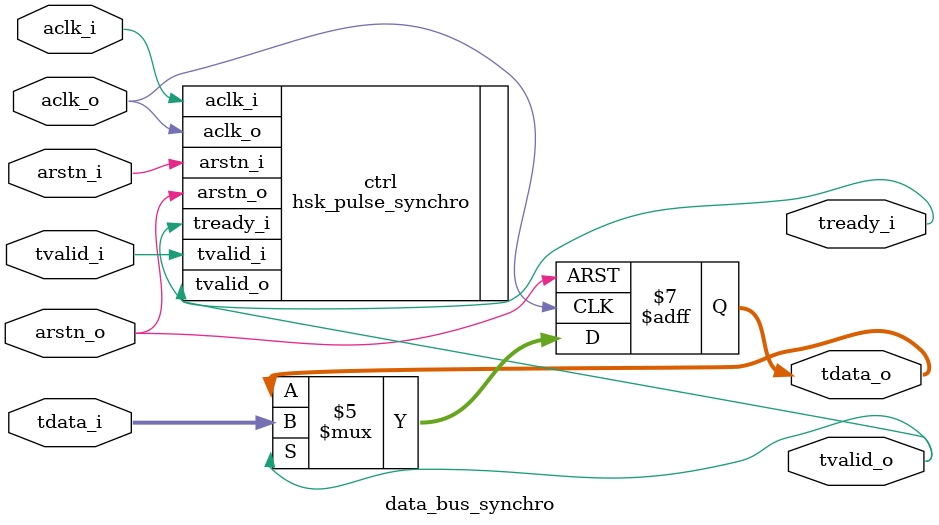
<source format=v>

`timescale 1 ns / 1 ps
`default_nettype none


module data_bus_synchro

    #(
    parameter BUS_WIDTH = 8
    )(
    input  wire                 aclk_i,
    input  wire                 arstn_i,
    input  wire                 aclk_o,
    input  wire                 arstn_o,
    input  wire                 tvalid_i,
    output wire                 tready_i,
    input  wire [BUS_WIDTH-1:0] tdata_i,
    output wire                 tvalid_o,
    output reg  [BUS_WIDTH-1:0] tdata_o
    );

    hsk_pulse_synchro ctrl (
    .aclk_i     (aclk_i),
    .arstn_i    (arstn_i),
    .aclk_o     (aclk_o),
    .arstn_o    (arstn_o),
    .tvalid_i   (tvalid_i),
    .tready_i   (tready_i),
    .tvalid_o   (tvalid_o)
    );

    always @ (posedge aclk_o or negedge arstn_o) begin

        if (arstn_o == 1'b0) begin
            tdata_o <= {BUS_WIDTH{1'b0}};
        end
        else begin
            if (tvalid_o == 1'b1)
                tdata_o <= tdata_i;
            else
                tdata_o <= tdata_o;
        end

    end

endmodule

`resetall


</source>
